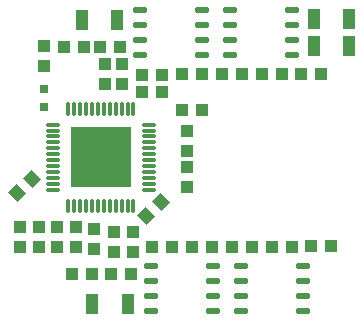
<source format=gtp>
G04 Layer_Color=8421504*
%FSLAX25Y25*%
%MOIN*%
G70*
G01*
G75*
G04:AMPARAMS|DCode=10|XSize=39.37mil|YSize=43.31mil|CornerRadius=0mil|HoleSize=0mil|Usage=FLASHONLY|Rotation=225.000|XOffset=0mil|YOffset=0mil|HoleType=Round|Shape=Rectangle|*
%AMROTATEDRECTD10*
4,1,4,-0.00139,0.02923,0.02923,-0.00139,0.00139,-0.02923,-0.02923,0.00139,-0.00139,0.02923,0.0*
%
%ADD10ROTATEDRECTD10*%

%ADD11R,0.04331X0.03937*%
%ADD12R,0.03937X0.04331*%
%ADD13R,0.04331X0.07087*%
%ADD14R,0.03150X0.03150*%
%ADD15O,0.01378X0.04724*%
%ADD16O,0.04724X0.01378*%
%ADD17R,0.20079X0.20079*%
%ADD18O,0.04921X0.02165*%
D10*
X-120134Y-56134D02*
D03*
X-124866Y-60866D02*
D03*
X-81872Y-68466D02*
D03*
X-77139Y-63734D02*
D03*
D11*
X-95700Y-24347D02*
D03*
Y-17653D02*
D03*
X-105500Y-72154D02*
D03*
Y-78847D02*
D03*
X-86400Y-80546D02*
D03*
Y-73853D02*
D03*
X-99333Y-72654D02*
D03*
Y-79347D02*
D03*
X-92567Y-73853D02*
D03*
Y-80546D02*
D03*
X-90000Y-24347D02*
D03*
Y-17653D02*
D03*
X-68300Y-51954D02*
D03*
Y-58647D02*
D03*
Y-46646D02*
D03*
Y-39954D02*
D03*
X-124000Y-78847D02*
D03*
Y-72154D02*
D03*
X-117833D02*
D03*
Y-78847D02*
D03*
X-111667D02*
D03*
Y-72154D02*
D03*
X-116000Y-11654D02*
D03*
Y-18347D02*
D03*
D12*
X-76653Y-27000D02*
D03*
X-83346D02*
D03*
X-69996Y-33000D02*
D03*
X-63303D02*
D03*
X-26893Y-78500D02*
D03*
X-20200D02*
D03*
X-30347Y-21200D02*
D03*
X-23653D02*
D03*
X-33450Y-78800D02*
D03*
X-40143D02*
D03*
X-66643D02*
D03*
X-59950D02*
D03*
X-49987Y-21200D02*
D03*
X-56680D02*
D03*
X-83346Y-21500D02*
D03*
X-76653D02*
D03*
X-87154Y-87600D02*
D03*
X-93846D02*
D03*
X-106846D02*
D03*
X-100154D02*
D03*
X-90654Y-12000D02*
D03*
X-97347D02*
D03*
X-109346D02*
D03*
X-102654D02*
D03*
X-53393Y-78800D02*
D03*
X-46700D02*
D03*
X-73200Y-78800D02*
D03*
X-79893D02*
D03*
X-43347Y-21200D02*
D03*
X-36654D02*
D03*
X-63320D02*
D03*
X-70013D02*
D03*
D13*
X-26006Y-11800D02*
D03*
X-14195D02*
D03*
X-26006Y-2800D02*
D03*
X-14195D02*
D03*
X-88095Y-97600D02*
D03*
X-99906D02*
D03*
X-91594Y-3000D02*
D03*
X-103405D02*
D03*
D14*
X-116000Y-26047D02*
D03*
Y-31953D02*
D03*
D15*
X-86215Y-32645D02*
D03*
X-88183D02*
D03*
X-90152D02*
D03*
X-92120D02*
D03*
X-94089D02*
D03*
X-96057D02*
D03*
X-98026D02*
D03*
X-99994D02*
D03*
X-101963D02*
D03*
X-103931D02*
D03*
X-105900D02*
D03*
X-107868D02*
D03*
Y-64928D02*
D03*
X-105900D02*
D03*
X-103931D02*
D03*
X-101963D02*
D03*
X-99994D02*
D03*
X-98026D02*
D03*
X-96057D02*
D03*
X-94089D02*
D03*
X-92120D02*
D03*
X-90152D02*
D03*
X-88183D02*
D03*
X-86215D02*
D03*
D16*
X-113183Y-37960D02*
D03*
Y-39928D02*
D03*
Y-41897D02*
D03*
Y-43865D02*
D03*
Y-45834D02*
D03*
Y-47802D02*
D03*
Y-49771D02*
D03*
Y-51739D02*
D03*
Y-53708D02*
D03*
Y-55676D02*
D03*
Y-57645D02*
D03*
Y-59613D02*
D03*
X-80900D02*
D03*
Y-57645D02*
D03*
Y-55676D02*
D03*
Y-53708D02*
D03*
Y-51739D02*
D03*
Y-49771D02*
D03*
Y-47802D02*
D03*
Y-45834D02*
D03*
Y-43865D02*
D03*
Y-41897D02*
D03*
Y-39928D02*
D03*
Y-37960D02*
D03*
D17*
X-97042Y-48787D02*
D03*
D18*
X-29768Y-100100D02*
D03*
Y-95100D02*
D03*
Y-90100D02*
D03*
Y-85100D02*
D03*
X-50438Y-100100D02*
D03*
Y-95100D02*
D03*
Y-90100D02*
D03*
Y-85100D02*
D03*
X-59768Y-100100D02*
D03*
Y-95100D02*
D03*
Y-90100D02*
D03*
Y-85100D02*
D03*
X-80438Y-100100D02*
D03*
Y-95100D02*
D03*
Y-90100D02*
D03*
Y-85100D02*
D03*
X-33268Y-14900D02*
D03*
Y-9900D02*
D03*
Y-4900D02*
D03*
Y100D02*
D03*
X-53938Y-14900D02*
D03*
Y-9900D02*
D03*
Y-4900D02*
D03*
Y100D02*
D03*
X-63268Y-14900D02*
D03*
Y-9900D02*
D03*
Y-4900D02*
D03*
Y100D02*
D03*
X-83938Y-14900D02*
D03*
Y-9900D02*
D03*
Y-4900D02*
D03*
Y100D02*
D03*
M02*

</source>
